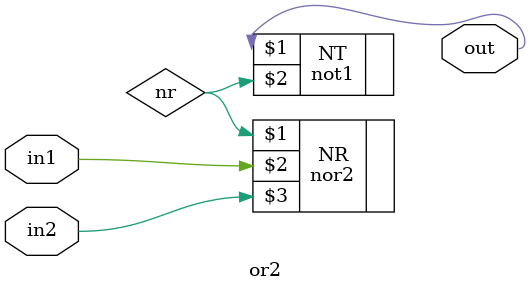
<source format=v>
module or2(out, in1, in2);
    input in1, in2;
    output out;

    wire nr;
    nor2 NR(nr, in1, in2);
    not1 NT(out, nr);
endmodule
</source>
